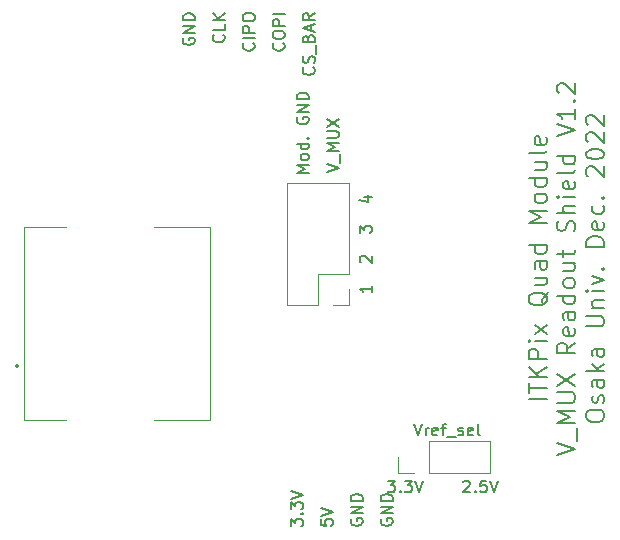
<source format=gbr>
%TF.GenerationSoftware,KiCad,Pcbnew,(5.1.6-0-10_14)*%
%TF.CreationDate,2022-12-23T17:52:02+09:00*%
%TF.ProjectId,MuxReadoutBoard,4d757852-6561-4646-9f75-74426f617264,rev?*%
%TF.SameCoordinates,Original*%
%TF.FileFunction,Legend,Top*%
%TF.FilePolarity,Positive*%
%FSLAX46Y46*%
G04 Gerber Fmt 4.6, Leading zero omitted, Abs format (unit mm)*
G04 Created by KiCad (PCBNEW (5.1.6-0-10_14)) date 2022-12-23 17:52:02*
%MOMM*%
%LPD*%
G01*
G04 APERTURE LIST*
%ADD10C,0.150000*%
%ADD11C,0.100000*%
%ADD12C,0.200000*%
%ADD13C,0.120000*%
G04 APERTURE END LIST*
D10*
X147026666Y-138644380D02*
X147360000Y-139644380D01*
X147693333Y-138644380D01*
X148026666Y-139644380D02*
X148026666Y-138977714D01*
X148026666Y-139168190D02*
X148074285Y-139072952D01*
X148121904Y-139025333D01*
X148217142Y-138977714D01*
X148312380Y-138977714D01*
X149026666Y-139596761D02*
X148931428Y-139644380D01*
X148740952Y-139644380D01*
X148645714Y-139596761D01*
X148598095Y-139501523D01*
X148598095Y-139120571D01*
X148645714Y-139025333D01*
X148740952Y-138977714D01*
X148931428Y-138977714D01*
X149026666Y-139025333D01*
X149074285Y-139120571D01*
X149074285Y-139215809D01*
X148598095Y-139311047D01*
X149360000Y-138977714D02*
X149740952Y-138977714D01*
X149502857Y-139644380D02*
X149502857Y-138787238D01*
X149550476Y-138692000D01*
X149645714Y-138644380D01*
X149740952Y-138644380D01*
X149836190Y-139739619D02*
X150598095Y-139739619D01*
X150788571Y-139596761D02*
X150883809Y-139644380D01*
X151074285Y-139644380D01*
X151169523Y-139596761D01*
X151217142Y-139501523D01*
X151217142Y-139453904D01*
X151169523Y-139358666D01*
X151074285Y-139311047D01*
X150931428Y-139311047D01*
X150836190Y-139263428D01*
X150788571Y-139168190D01*
X150788571Y-139120571D01*
X150836190Y-139025333D01*
X150931428Y-138977714D01*
X151074285Y-138977714D01*
X151169523Y-139025333D01*
X152026666Y-139596761D02*
X151931428Y-139644380D01*
X151740952Y-139644380D01*
X151645714Y-139596761D01*
X151598095Y-139501523D01*
X151598095Y-139120571D01*
X151645714Y-139025333D01*
X151740952Y-138977714D01*
X151931428Y-138977714D01*
X152026666Y-139025333D01*
X152074285Y-139120571D01*
X152074285Y-139215809D01*
X151598095Y-139311047D01*
X152645714Y-139644380D02*
X152550476Y-139596761D01*
X152502857Y-139501523D01*
X152502857Y-138644380D01*
X151225428Y-143565619D02*
X151273047Y-143518000D01*
X151368285Y-143470380D01*
X151606380Y-143470380D01*
X151701619Y-143518000D01*
X151749238Y-143565619D01*
X151796857Y-143660857D01*
X151796857Y-143756095D01*
X151749238Y-143898952D01*
X151177809Y-144470380D01*
X151796857Y-144470380D01*
X152225428Y-144375142D02*
X152273047Y-144422761D01*
X152225428Y-144470380D01*
X152177809Y-144422761D01*
X152225428Y-144375142D01*
X152225428Y-144470380D01*
X153177809Y-143470380D02*
X152701619Y-143470380D01*
X152654000Y-143946571D01*
X152701619Y-143898952D01*
X152796857Y-143851333D01*
X153034952Y-143851333D01*
X153130190Y-143898952D01*
X153177809Y-143946571D01*
X153225428Y-144041809D01*
X153225428Y-144279904D01*
X153177809Y-144375142D01*
X153130190Y-144422761D01*
X153034952Y-144470380D01*
X152796857Y-144470380D01*
X152701619Y-144422761D01*
X152654000Y-144375142D01*
X153511142Y-143470380D02*
X153844476Y-144470380D01*
X154177809Y-143470380D01*
X144827809Y-143470380D02*
X145446857Y-143470380D01*
X145113523Y-143851333D01*
X145256380Y-143851333D01*
X145351619Y-143898952D01*
X145399238Y-143946571D01*
X145446857Y-144041809D01*
X145446857Y-144279904D01*
X145399238Y-144375142D01*
X145351619Y-144422761D01*
X145256380Y-144470380D01*
X144970666Y-144470380D01*
X144875428Y-144422761D01*
X144827809Y-144375142D01*
X145875428Y-144375142D02*
X145923047Y-144422761D01*
X145875428Y-144470380D01*
X145827809Y-144422761D01*
X145875428Y-144375142D01*
X145875428Y-144470380D01*
X146256380Y-143470380D02*
X146875428Y-143470380D01*
X146542095Y-143851333D01*
X146684952Y-143851333D01*
X146780190Y-143898952D01*
X146827809Y-143946571D01*
X146875428Y-144041809D01*
X146875428Y-144279904D01*
X146827809Y-144375142D01*
X146780190Y-144422761D01*
X146684952Y-144470380D01*
X146399238Y-144470380D01*
X146304000Y-144422761D01*
X146256380Y-144375142D01*
X147161142Y-143470380D02*
X147494476Y-144470380D01*
X147827809Y-143470380D01*
X136612380Y-147333642D02*
X136612380Y-146714595D01*
X136993333Y-147047928D01*
X136993333Y-146905071D01*
X137040952Y-146809833D01*
X137088571Y-146762214D01*
X137183809Y-146714595D01*
X137421904Y-146714595D01*
X137517142Y-146762214D01*
X137564761Y-146809833D01*
X137612380Y-146905071D01*
X137612380Y-147190785D01*
X137564761Y-147286023D01*
X137517142Y-147333642D01*
X137517142Y-146286023D02*
X137564761Y-146238404D01*
X137612380Y-146286023D01*
X137564761Y-146333642D01*
X137517142Y-146286023D01*
X137612380Y-146286023D01*
X136612380Y-145905071D02*
X136612380Y-145286023D01*
X136993333Y-145619357D01*
X136993333Y-145476500D01*
X137040952Y-145381261D01*
X137088571Y-145333642D01*
X137183809Y-145286023D01*
X137421904Y-145286023D01*
X137517142Y-145333642D01*
X137564761Y-145381261D01*
X137612380Y-145476500D01*
X137612380Y-145762214D01*
X137564761Y-145857452D01*
X137517142Y-145905071D01*
X136612380Y-145000309D02*
X137612380Y-144666976D01*
X136612380Y-144333642D01*
X139152380Y-146762214D02*
X139152380Y-147238404D01*
X139628571Y-147286023D01*
X139580952Y-147238404D01*
X139533333Y-147143166D01*
X139533333Y-146905071D01*
X139580952Y-146809833D01*
X139628571Y-146762214D01*
X139723809Y-146714595D01*
X139961904Y-146714595D01*
X140057142Y-146762214D01*
X140104761Y-146809833D01*
X140152380Y-146905071D01*
X140152380Y-147143166D01*
X140104761Y-147238404D01*
X140057142Y-147286023D01*
X139152380Y-146428880D02*
X140152380Y-146095547D01*
X139152380Y-145762214D01*
X144280000Y-146714595D02*
X144232380Y-146809833D01*
X144232380Y-146952690D01*
X144280000Y-147095547D01*
X144375238Y-147190785D01*
X144470476Y-147238404D01*
X144660952Y-147286023D01*
X144803809Y-147286023D01*
X144994285Y-147238404D01*
X145089523Y-147190785D01*
X145184761Y-147095547D01*
X145232380Y-146952690D01*
X145232380Y-146857452D01*
X145184761Y-146714595D01*
X145137142Y-146666976D01*
X144803809Y-146666976D01*
X144803809Y-146857452D01*
X145232380Y-146238404D02*
X144232380Y-146238404D01*
X145232380Y-145666976D01*
X144232380Y-145666976D01*
X145232380Y-145190785D02*
X144232380Y-145190785D01*
X144232380Y-144952690D01*
X144280000Y-144809833D01*
X144375238Y-144714595D01*
X144470476Y-144666976D01*
X144660952Y-144619357D01*
X144803809Y-144619357D01*
X144994285Y-144666976D01*
X145089523Y-144714595D01*
X145184761Y-144809833D01*
X145232380Y-144952690D01*
X145232380Y-145190785D01*
X141740000Y-146714595D02*
X141692380Y-146809833D01*
X141692380Y-146952690D01*
X141740000Y-147095547D01*
X141835238Y-147190785D01*
X141930476Y-147238404D01*
X142120952Y-147286023D01*
X142263809Y-147286023D01*
X142454285Y-147238404D01*
X142549523Y-147190785D01*
X142644761Y-147095547D01*
X142692380Y-146952690D01*
X142692380Y-146857452D01*
X142644761Y-146714595D01*
X142597142Y-146666976D01*
X142263809Y-146666976D01*
X142263809Y-146857452D01*
X142692380Y-146238404D02*
X141692380Y-146238404D01*
X142692380Y-145666976D01*
X141692380Y-145666976D01*
X142692380Y-145190785D02*
X141692380Y-145190785D01*
X141692380Y-144952690D01*
X141740000Y-144809833D01*
X141835238Y-144714595D01*
X141930476Y-144666976D01*
X142120952Y-144619357D01*
X142263809Y-144619357D01*
X142454285Y-144666976D01*
X142549523Y-144714595D01*
X142644761Y-144809833D01*
X142692380Y-144952690D01*
X142692380Y-145190785D01*
X127516000Y-106015214D02*
X127468380Y-106110452D01*
X127468380Y-106253309D01*
X127516000Y-106396166D01*
X127611238Y-106491404D01*
X127706476Y-106539023D01*
X127896952Y-106586642D01*
X128039809Y-106586642D01*
X128230285Y-106539023D01*
X128325523Y-106491404D01*
X128420761Y-106396166D01*
X128468380Y-106253309D01*
X128468380Y-106158071D01*
X128420761Y-106015214D01*
X128373142Y-105967595D01*
X128039809Y-105967595D01*
X128039809Y-106158071D01*
X128468380Y-105539023D02*
X127468380Y-105539023D01*
X128468380Y-104967595D01*
X127468380Y-104967595D01*
X128468380Y-104491404D02*
X127468380Y-104491404D01*
X127468380Y-104253309D01*
X127516000Y-104110452D01*
X127611238Y-104015214D01*
X127706476Y-103967595D01*
X127896952Y-103919976D01*
X128039809Y-103919976D01*
X128230285Y-103967595D01*
X128325523Y-104015214D01*
X128420761Y-104110452D01*
X128468380Y-104253309D01*
X128468380Y-104491404D01*
X130913142Y-105729500D02*
X130960761Y-105777119D01*
X131008380Y-105919976D01*
X131008380Y-106015214D01*
X130960761Y-106158071D01*
X130865523Y-106253309D01*
X130770285Y-106300928D01*
X130579809Y-106348547D01*
X130436952Y-106348547D01*
X130246476Y-106300928D01*
X130151238Y-106253309D01*
X130056000Y-106158071D01*
X130008380Y-106015214D01*
X130008380Y-105919976D01*
X130056000Y-105777119D01*
X130103619Y-105729500D01*
X131008380Y-104824738D02*
X131008380Y-105300928D01*
X130008380Y-105300928D01*
X131008380Y-104491404D02*
X130008380Y-104491404D01*
X131008380Y-103919976D02*
X130436952Y-104348547D01*
X130008380Y-103919976D02*
X130579809Y-104491404D01*
X133453142Y-106443785D02*
X133500761Y-106491404D01*
X133548380Y-106634261D01*
X133548380Y-106729500D01*
X133500761Y-106872357D01*
X133405523Y-106967595D01*
X133310285Y-107015214D01*
X133119809Y-107062833D01*
X132976952Y-107062833D01*
X132786476Y-107015214D01*
X132691238Y-106967595D01*
X132596000Y-106872357D01*
X132548380Y-106729500D01*
X132548380Y-106634261D01*
X132596000Y-106491404D01*
X132643619Y-106443785D01*
X133548380Y-106015214D02*
X132548380Y-106015214D01*
X133548380Y-105539023D02*
X132548380Y-105539023D01*
X132548380Y-105158071D01*
X132596000Y-105062833D01*
X132643619Y-105015214D01*
X132738857Y-104967595D01*
X132881714Y-104967595D01*
X132976952Y-105015214D01*
X133024571Y-105062833D01*
X133072190Y-105158071D01*
X133072190Y-105539023D01*
X132548380Y-104348547D02*
X132548380Y-104158071D01*
X132596000Y-104062833D01*
X132691238Y-103967595D01*
X132881714Y-103919976D01*
X133215047Y-103919976D01*
X133405523Y-103967595D01*
X133500761Y-104062833D01*
X133548380Y-104158071D01*
X133548380Y-104348547D01*
X133500761Y-104443785D01*
X133405523Y-104539023D01*
X133215047Y-104586642D01*
X132881714Y-104586642D01*
X132691238Y-104539023D01*
X132596000Y-104443785D01*
X132548380Y-104348547D01*
X135993142Y-106443785D02*
X136040761Y-106491404D01*
X136088380Y-106634261D01*
X136088380Y-106729500D01*
X136040761Y-106872357D01*
X135945523Y-106967595D01*
X135850285Y-107015214D01*
X135659809Y-107062833D01*
X135516952Y-107062833D01*
X135326476Y-107015214D01*
X135231238Y-106967595D01*
X135136000Y-106872357D01*
X135088380Y-106729500D01*
X135088380Y-106634261D01*
X135136000Y-106491404D01*
X135183619Y-106443785D01*
X135088380Y-105824738D02*
X135088380Y-105634261D01*
X135136000Y-105539023D01*
X135231238Y-105443785D01*
X135421714Y-105396166D01*
X135755047Y-105396166D01*
X135945523Y-105443785D01*
X136040761Y-105539023D01*
X136088380Y-105634261D01*
X136088380Y-105824738D01*
X136040761Y-105919976D01*
X135945523Y-106015214D01*
X135755047Y-106062833D01*
X135421714Y-106062833D01*
X135231238Y-106015214D01*
X135136000Y-105919976D01*
X135088380Y-105824738D01*
X136088380Y-104967595D02*
X135088380Y-104967595D01*
X135088380Y-104586642D01*
X135136000Y-104491404D01*
X135183619Y-104443785D01*
X135278857Y-104396166D01*
X135421714Y-104396166D01*
X135516952Y-104443785D01*
X135564571Y-104491404D01*
X135612190Y-104586642D01*
X135612190Y-104967595D01*
X136088380Y-103967595D02*
X135088380Y-103967595D01*
X138533142Y-108491404D02*
X138580761Y-108539023D01*
X138628380Y-108681880D01*
X138628380Y-108777119D01*
X138580761Y-108919976D01*
X138485523Y-109015214D01*
X138390285Y-109062833D01*
X138199809Y-109110452D01*
X138056952Y-109110452D01*
X137866476Y-109062833D01*
X137771238Y-109015214D01*
X137676000Y-108919976D01*
X137628380Y-108777119D01*
X137628380Y-108681880D01*
X137676000Y-108539023D01*
X137723619Y-108491404D01*
X138580761Y-108110452D02*
X138628380Y-107967595D01*
X138628380Y-107729500D01*
X138580761Y-107634261D01*
X138533142Y-107586642D01*
X138437904Y-107539023D01*
X138342666Y-107539023D01*
X138247428Y-107586642D01*
X138199809Y-107634261D01*
X138152190Y-107729500D01*
X138104571Y-107919976D01*
X138056952Y-108015214D01*
X138009333Y-108062833D01*
X137914095Y-108110452D01*
X137818857Y-108110452D01*
X137723619Y-108062833D01*
X137676000Y-108015214D01*
X137628380Y-107919976D01*
X137628380Y-107681880D01*
X137676000Y-107539023D01*
X138723619Y-107348547D02*
X138723619Y-106586642D01*
X138104571Y-106015214D02*
X138152190Y-105872357D01*
X138199809Y-105824738D01*
X138295047Y-105777119D01*
X138437904Y-105777119D01*
X138533142Y-105824738D01*
X138580761Y-105872357D01*
X138628380Y-105967595D01*
X138628380Y-106348547D01*
X137628380Y-106348547D01*
X137628380Y-106015214D01*
X137676000Y-105919976D01*
X137723619Y-105872357D01*
X137818857Y-105824738D01*
X137914095Y-105824738D01*
X138009333Y-105872357D01*
X138056952Y-105919976D01*
X138104571Y-106015214D01*
X138104571Y-106348547D01*
X138342666Y-105396166D02*
X138342666Y-104919976D01*
X138628380Y-105491404D02*
X137628380Y-105158071D01*
X138628380Y-104824738D01*
X138628380Y-103919976D02*
X138152190Y-104253309D01*
X138628380Y-104491404D02*
X137628380Y-104491404D01*
X137628380Y-104110452D01*
X137676000Y-104015214D01*
X137723619Y-103967595D01*
X137818857Y-103919976D01*
X137961714Y-103919976D01*
X138056952Y-103967595D01*
X138104571Y-104015214D01*
X138152190Y-104110452D01*
X138152190Y-104491404D01*
X158273428Y-136579428D02*
X156749428Y-136579428D01*
X156749428Y-136071428D02*
X156749428Y-135200571D01*
X158273428Y-135636000D02*
X156749428Y-135636000D01*
X158273428Y-134692571D02*
X156749428Y-134692571D01*
X158273428Y-133821714D02*
X157402571Y-134474857D01*
X156749428Y-133821714D02*
X157620285Y-134692571D01*
X158273428Y-133168571D02*
X156749428Y-133168571D01*
X156749428Y-132588000D01*
X156822000Y-132442857D01*
X156894571Y-132370285D01*
X157039714Y-132297714D01*
X157257428Y-132297714D01*
X157402571Y-132370285D01*
X157475142Y-132442857D01*
X157547714Y-132588000D01*
X157547714Y-133168571D01*
X158273428Y-131644571D02*
X157257428Y-131644571D01*
X156749428Y-131644571D02*
X156822000Y-131717142D01*
X156894571Y-131644571D01*
X156822000Y-131572000D01*
X156749428Y-131644571D01*
X156894571Y-131644571D01*
X158273428Y-131064000D02*
X157257428Y-130265714D01*
X157257428Y-131064000D02*
X158273428Y-130265714D01*
X158418571Y-127508000D02*
X158346000Y-127653142D01*
X158200857Y-127798285D01*
X157983142Y-128016000D01*
X157910571Y-128161142D01*
X157910571Y-128306285D01*
X158273428Y-128233714D02*
X158200857Y-128378857D01*
X158055714Y-128524000D01*
X157765428Y-128596571D01*
X157257428Y-128596571D01*
X156967142Y-128524000D01*
X156822000Y-128378857D01*
X156749428Y-128233714D01*
X156749428Y-127943428D01*
X156822000Y-127798285D01*
X156967142Y-127653142D01*
X157257428Y-127580571D01*
X157765428Y-127580571D01*
X158055714Y-127653142D01*
X158200857Y-127798285D01*
X158273428Y-127943428D01*
X158273428Y-128233714D01*
X157257428Y-126274285D02*
X158273428Y-126274285D01*
X157257428Y-126927428D02*
X158055714Y-126927428D01*
X158200857Y-126854857D01*
X158273428Y-126709714D01*
X158273428Y-126492000D01*
X158200857Y-126346857D01*
X158128285Y-126274285D01*
X158273428Y-124895428D02*
X157475142Y-124895428D01*
X157330000Y-124968000D01*
X157257428Y-125113142D01*
X157257428Y-125403428D01*
X157330000Y-125548571D01*
X158200857Y-124895428D02*
X158273428Y-125040571D01*
X158273428Y-125403428D01*
X158200857Y-125548571D01*
X158055714Y-125621142D01*
X157910571Y-125621142D01*
X157765428Y-125548571D01*
X157692857Y-125403428D01*
X157692857Y-125040571D01*
X157620285Y-124895428D01*
X158273428Y-123516571D02*
X156749428Y-123516571D01*
X158200857Y-123516571D02*
X158273428Y-123661714D01*
X158273428Y-123952000D01*
X158200857Y-124097142D01*
X158128285Y-124169714D01*
X157983142Y-124242285D01*
X157547714Y-124242285D01*
X157402571Y-124169714D01*
X157330000Y-124097142D01*
X157257428Y-123952000D01*
X157257428Y-123661714D01*
X157330000Y-123516571D01*
X158273428Y-121629714D02*
X156749428Y-121629714D01*
X157838000Y-121121714D01*
X156749428Y-120613714D01*
X158273428Y-120613714D01*
X158273428Y-119670285D02*
X158200857Y-119815428D01*
X158128285Y-119888000D01*
X157983142Y-119960571D01*
X157547714Y-119960571D01*
X157402571Y-119888000D01*
X157330000Y-119815428D01*
X157257428Y-119670285D01*
X157257428Y-119452571D01*
X157330000Y-119307428D01*
X157402571Y-119234857D01*
X157547714Y-119162285D01*
X157983142Y-119162285D01*
X158128285Y-119234857D01*
X158200857Y-119307428D01*
X158273428Y-119452571D01*
X158273428Y-119670285D01*
X158273428Y-117856000D02*
X156749428Y-117856000D01*
X158200857Y-117856000D02*
X158273428Y-118001142D01*
X158273428Y-118291428D01*
X158200857Y-118436571D01*
X158128285Y-118509142D01*
X157983142Y-118581714D01*
X157547714Y-118581714D01*
X157402571Y-118509142D01*
X157330000Y-118436571D01*
X157257428Y-118291428D01*
X157257428Y-118001142D01*
X157330000Y-117856000D01*
X157257428Y-116477142D02*
X158273428Y-116477142D01*
X157257428Y-117130285D02*
X158055714Y-117130285D01*
X158200857Y-117057714D01*
X158273428Y-116912571D01*
X158273428Y-116694857D01*
X158200857Y-116549714D01*
X158128285Y-116477142D01*
X158273428Y-115533714D02*
X158200857Y-115678857D01*
X158055714Y-115751428D01*
X156749428Y-115751428D01*
X158200857Y-114372571D02*
X158273428Y-114517714D01*
X158273428Y-114808000D01*
X158200857Y-114953142D01*
X158055714Y-115025714D01*
X157475142Y-115025714D01*
X157330000Y-114953142D01*
X157257428Y-114808000D01*
X157257428Y-114517714D01*
X157330000Y-114372571D01*
X157475142Y-114300000D01*
X157620285Y-114300000D01*
X157765428Y-115025714D01*
X159185428Y-141296571D02*
X160709428Y-140788571D01*
X159185428Y-140280571D01*
X160854571Y-140135428D02*
X160854571Y-138974285D01*
X160709428Y-138611428D02*
X159185428Y-138611428D01*
X160274000Y-138103428D01*
X159185428Y-137595428D01*
X160709428Y-137595428D01*
X159185428Y-136869714D02*
X160419142Y-136869714D01*
X160564285Y-136797142D01*
X160636857Y-136724571D01*
X160709428Y-136579428D01*
X160709428Y-136289142D01*
X160636857Y-136144000D01*
X160564285Y-136071428D01*
X160419142Y-135998857D01*
X159185428Y-135998857D01*
X159185428Y-135418285D02*
X160709428Y-134402285D01*
X159185428Y-134402285D02*
X160709428Y-135418285D01*
X160709428Y-131789714D02*
X159983714Y-132297714D01*
X160709428Y-132660571D02*
X159185428Y-132660571D01*
X159185428Y-132080000D01*
X159258000Y-131934857D01*
X159330571Y-131862285D01*
X159475714Y-131789714D01*
X159693428Y-131789714D01*
X159838571Y-131862285D01*
X159911142Y-131934857D01*
X159983714Y-132080000D01*
X159983714Y-132660571D01*
X160636857Y-130556000D02*
X160709428Y-130701142D01*
X160709428Y-130991428D01*
X160636857Y-131136571D01*
X160491714Y-131209142D01*
X159911142Y-131209142D01*
X159766000Y-131136571D01*
X159693428Y-130991428D01*
X159693428Y-130701142D01*
X159766000Y-130556000D01*
X159911142Y-130483428D01*
X160056285Y-130483428D01*
X160201428Y-131209142D01*
X160709428Y-129177142D02*
X159911142Y-129177142D01*
X159766000Y-129249714D01*
X159693428Y-129394857D01*
X159693428Y-129685142D01*
X159766000Y-129830285D01*
X160636857Y-129177142D02*
X160709428Y-129322285D01*
X160709428Y-129685142D01*
X160636857Y-129830285D01*
X160491714Y-129902857D01*
X160346571Y-129902857D01*
X160201428Y-129830285D01*
X160128857Y-129685142D01*
X160128857Y-129322285D01*
X160056285Y-129177142D01*
X160709428Y-127798285D02*
X159185428Y-127798285D01*
X160636857Y-127798285D02*
X160709428Y-127943428D01*
X160709428Y-128233714D01*
X160636857Y-128378857D01*
X160564285Y-128451428D01*
X160419142Y-128524000D01*
X159983714Y-128524000D01*
X159838571Y-128451428D01*
X159766000Y-128378857D01*
X159693428Y-128233714D01*
X159693428Y-127943428D01*
X159766000Y-127798285D01*
X160709428Y-126854857D02*
X160636857Y-127000000D01*
X160564285Y-127072571D01*
X160419142Y-127145142D01*
X159983714Y-127145142D01*
X159838571Y-127072571D01*
X159766000Y-127000000D01*
X159693428Y-126854857D01*
X159693428Y-126637142D01*
X159766000Y-126492000D01*
X159838571Y-126419428D01*
X159983714Y-126346857D01*
X160419142Y-126346857D01*
X160564285Y-126419428D01*
X160636857Y-126492000D01*
X160709428Y-126637142D01*
X160709428Y-126854857D01*
X159693428Y-125040571D02*
X160709428Y-125040571D01*
X159693428Y-125693714D02*
X160491714Y-125693714D01*
X160636857Y-125621142D01*
X160709428Y-125476000D01*
X160709428Y-125258285D01*
X160636857Y-125113142D01*
X160564285Y-125040571D01*
X159693428Y-124532571D02*
X159693428Y-123952000D01*
X159185428Y-124314857D02*
X160491714Y-124314857D01*
X160636857Y-124242285D01*
X160709428Y-124097142D01*
X160709428Y-123952000D01*
X160636857Y-122355428D02*
X160709428Y-122137714D01*
X160709428Y-121774857D01*
X160636857Y-121629714D01*
X160564285Y-121557142D01*
X160419142Y-121484571D01*
X160274000Y-121484571D01*
X160128857Y-121557142D01*
X160056285Y-121629714D01*
X159983714Y-121774857D01*
X159911142Y-122065142D01*
X159838571Y-122210285D01*
X159766000Y-122282857D01*
X159620857Y-122355428D01*
X159475714Y-122355428D01*
X159330571Y-122282857D01*
X159258000Y-122210285D01*
X159185428Y-122065142D01*
X159185428Y-121702285D01*
X159258000Y-121484571D01*
X160709428Y-120831428D02*
X159185428Y-120831428D01*
X160709428Y-120178285D02*
X159911142Y-120178285D01*
X159766000Y-120250857D01*
X159693428Y-120396000D01*
X159693428Y-120613714D01*
X159766000Y-120758857D01*
X159838571Y-120831428D01*
X160709428Y-119452571D02*
X159693428Y-119452571D01*
X159185428Y-119452571D02*
X159258000Y-119525142D01*
X159330571Y-119452571D01*
X159258000Y-119380000D01*
X159185428Y-119452571D01*
X159330571Y-119452571D01*
X160636857Y-118146285D02*
X160709428Y-118291428D01*
X160709428Y-118581714D01*
X160636857Y-118726857D01*
X160491714Y-118799428D01*
X159911142Y-118799428D01*
X159766000Y-118726857D01*
X159693428Y-118581714D01*
X159693428Y-118291428D01*
X159766000Y-118146285D01*
X159911142Y-118073714D01*
X160056285Y-118073714D01*
X160201428Y-118799428D01*
X160709428Y-117202857D02*
X160636857Y-117348000D01*
X160491714Y-117420571D01*
X159185428Y-117420571D01*
X160709428Y-115969142D02*
X159185428Y-115969142D01*
X160636857Y-115969142D02*
X160709428Y-116114285D01*
X160709428Y-116404571D01*
X160636857Y-116549714D01*
X160564285Y-116622285D01*
X160419142Y-116694857D01*
X159983714Y-116694857D01*
X159838571Y-116622285D01*
X159766000Y-116549714D01*
X159693428Y-116404571D01*
X159693428Y-116114285D01*
X159766000Y-115969142D01*
X159185428Y-114300000D02*
X160709428Y-113792000D01*
X159185428Y-113284000D01*
X160709428Y-111977714D02*
X160709428Y-112848571D01*
X160709428Y-112413142D02*
X159185428Y-112413142D01*
X159403142Y-112558285D01*
X159548285Y-112703428D01*
X159620857Y-112848571D01*
X160564285Y-111324571D02*
X160636857Y-111252000D01*
X160709428Y-111324571D01*
X160636857Y-111397142D01*
X160564285Y-111324571D01*
X160709428Y-111324571D01*
X159330571Y-110671428D02*
X159258000Y-110598857D01*
X159185428Y-110453714D01*
X159185428Y-110090857D01*
X159258000Y-109945714D01*
X159330571Y-109873142D01*
X159475714Y-109800571D01*
X159620857Y-109800571D01*
X159838571Y-109873142D01*
X160709428Y-110744000D01*
X160709428Y-109800571D01*
X161621428Y-138103428D02*
X161621428Y-137813142D01*
X161694000Y-137668000D01*
X161839142Y-137522857D01*
X162129428Y-137450285D01*
X162637428Y-137450285D01*
X162927714Y-137522857D01*
X163072857Y-137668000D01*
X163145428Y-137813142D01*
X163145428Y-138103428D01*
X163072857Y-138248571D01*
X162927714Y-138393714D01*
X162637428Y-138466285D01*
X162129428Y-138466285D01*
X161839142Y-138393714D01*
X161694000Y-138248571D01*
X161621428Y-138103428D01*
X163072857Y-136869714D02*
X163145428Y-136724571D01*
X163145428Y-136434285D01*
X163072857Y-136289142D01*
X162927714Y-136216571D01*
X162855142Y-136216571D01*
X162710000Y-136289142D01*
X162637428Y-136434285D01*
X162637428Y-136652000D01*
X162564857Y-136797142D01*
X162419714Y-136869714D01*
X162347142Y-136869714D01*
X162202000Y-136797142D01*
X162129428Y-136652000D01*
X162129428Y-136434285D01*
X162202000Y-136289142D01*
X163145428Y-134910285D02*
X162347142Y-134910285D01*
X162202000Y-134982857D01*
X162129428Y-135128000D01*
X162129428Y-135418285D01*
X162202000Y-135563428D01*
X163072857Y-134910285D02*
X163145428Y-135055428D01*
X163145428Y-135418285D01*
X163072857Y-135563428D01*
X162927714Y-135636000D01*
X162782571Y-135636000D01*
X162637428Y-135563428D01*
X162564857Y-135418285D01*
X162564857Y-135055428D01*
X162492285Y-134910285D01*
X163145428Y-134184571D02*
X161621428Y-134184571D01*
X162564857Y-134039428D02*
X163145428Y-133604000D01*
X162129428Y-133604000D02*
X162710000Y-134184571D01*
X163145428Y-132297714D02*
X162347142Y-132297714D01*
X162202000Y-132370285D01*
X162129428Y-132515428D01*
X162129428Y-132805714D01*
X162202000Y-132950857D01*
X163072857Y-132297714D02*
X163145428Y-132442857D01*
X163145428Y-132805714D01*
X163072857Y-132950857D01*
X162927714Y-133023428D01*
X162782571Y-133023428D01*
X162637428Y-132950857D01*
X162564857Y-132805714D01*
X162564857Y-132442857D01*
X162492285Y-132297714D01*
X161621428Y-130410857D02*
X162855142Y-130410857D01*
X163000285Y-130338285D01*
X163072857Y-130265714D01*
X163145428Y-130120571D01*
X163145428Y-129830285D01*
X163072857Y-129685142D01*
X163000285Y-129612571D01*
X162855142Y-129540000D01*
X161621428Y-129540000D01*
X162129428Y-128814285D02*
X163145428Y-128814285D01*
X162274571Y-128814285D02*
X162202000Y-128741714D01*
X162129428Y-128596571D01*
X162129428Y-128378857D01*
X162202000Y-128233714D01*
X162347142Y-128161142D01*
X163145428Y-128161142D01*
X163145428Y-127435428D02*
X162129428Y-127435428D01*
X161621428Y-127435428D02*
X161694000Y-127508000D01*
X161766571Y-127435428D01*
X161694000Y-127362857D01*
X161621428Y-127435428D01*
X161766571Y-127435428D01*
X162129428Y-126854857D02*
X163145428Y-126492000D01*
X162129428Y-126129142D01*
X163000285Y-125548571D02*
X163072857Y-125476000D01*
X163145428Y-125548571D01*
X163072857Y-125621142D01*
X163000285Y-125548571D01*
X163145428Y-125548571D01*
X163145428Y-123661714D02*
X161621428Y-123661714D01*
X161621428Y-123298857D01*
X161694000Y-123081142D01*
X161839142Y-122936000D01*
X161984285Y-122863428D01*
X162274571Y-122790857D01*
X162492285Y-122790857D01*
X162782571Y-122863428D01*
X162927714Y-122936000D01*
X163072857Y-123081142D01*
X163145428Y-123298857D01*
X163145428Y-123661714D01*
X163072857Y-121557142D02*
X163145428Y-121702285D01*
X163145428Y-121992571D01*
X163072857Y-122137714D01*
X162927714Y-122210285D01*
X162347142Y-122210285D01*
X162202000Y-122137714D01*
X162129428Y-121992571D01*
X162129428Y-121702285D01*
X162202000Y-121557142D01*
X162347142Y-121484571D01*
X162492285Y-121484571D01*
X162637428Y-122210285D01*
X163072857Y-120178285D02*
X163145428Y-120323428D01*
X163145428Y-120613714D01*
X163072857Y-120758857D01*
X163000285Y-120831428D01*
X162855142Y-120904000D01*
X162419714Y-120904000D01*
X162274571Y-120831428D01*
X162202000Y-120758857D01*
X162129428Y-120613714D01*
X162129428Y-120323428D01*
X162202000Y-120178285D01*
X163000285Y-119525142D02*
X163072857Y-119452571D01*
X163145428Y-119525142D01*
X163072857Y-119597714D01*
X163000285Y-119525142D01*
X163145428Y-119525142D01*
X161766571Y-117710857D02*
X161694000Y-117638285D01*
X161621428Y-117493142D01*
X161621428Y-117130285D01*
X161694000Y-116985142D01*
X161766571Y-116912571D01*
X161911714Y-116840000D01*
X162056857Y-116840000D01*
X162274571Y-116912571D01*
X163145428Y-117783428D01*
X163145428Y-116840000D01*
X161621428Y-115896571D02*
X161621428Y-115751428D01*
X161694000Y-115606285D01*
X161766571Y-115533714D01*
X161911714Y-115461142D01*
X162202000Y-115388571D01*
X162564857Y-115388571D01*
X162855142Y-115461142D01*
X163000285Y-115533714D01*
X163072857Y-115606285D01*
X163145428Y-115751428D01*
X163145428Y-115896571D01*
X163072857Y-116041714D01*
X163000285Y-116114285D01*
X162855142Y-116186857D01*
X162564857Y-116259428D01*
X162202000Y-116259428D01*
X161911714Y-116186857D01*
X161766571Y-116114285D01*
X161694000Y-116041714D01*
X161621428Y-115896571D01*
X161766571Y-114808000D02*
X161694000Y-114735428D01*
X161621428Y-114590285D01*
X161621428Y-114227428D01*
X161694000Y-114082285D01*
X161766571Y-114009714D01*
X161911714Y-113937142D01*
X162056857Y-113937142D01*
X162274571Y-114009714D01*
X163145428Y-114880571D01*
X163145428Y-113937142D01*
X161766571Y-113356571D02*
X161694000Y-113284000D01*
X161621428Y-113138857D01*
X161621428Y-112776000D01*
X161694000Y-112630857D01*
X161766571Y-112558285D01*
X161911714Y-112485714D01*
X162056857Y-112485714D01*
X162274571Y-112558285D01*
X163145428Y-113429142D01*
X163145428Y-112485714D01*
X142787714Y-119443523D02*
X143454380Y-119443523D01*
X142406761Y-119681619D02*
X143121047Y-119919714D01*
X143121047Y-119300666D01*
X138120380Y-117426952D02*
X137120380Y-117426952D01*
X137834666Y-117093619D01*
X137120380Y-116760285D01*
X138120380Y-116760285D01*
X138120380Y-116141238D02*
X138072761Y-116236476D01*
X138025142Y-116284095D01*
X137929904Y-116331714D01*
X137644190Y-116331714D01*
X137548952Y-116284095D01*
X137501333Y-116236476D01*
X137453714Y-116141238D01*
X137453714Y-115998380D01*
X137501333Y-115903142D01*
X137548952Y-115855523D01*
X137644190Y-115807904D01*
X137929904Y-115807904D01*
X138025142Y-115855523D01*
X138072761Y-115903142D01*
X138120380Y-115998380D01*
X138120380Y-116141238D01*
X138120380Y-114950761D02*
X137120380Y-114950761D01*
X138072761Y-114950761D02*
X138120380Y-115046000D01*
X138120380Y-115236476D01*
X138072761Y-115331714D01*
X138025142Y-115379333D01*
X137929904Y-115426952D01*
X137644190Y-115426952D01*
X137548952Y-115379333D01*
X137501333Y-115331714D01*
X137453714Y-115236476D01*
X137453714Y-115046000D01*
X137501333Y-114950761D01*
X138025142Y-114474571D02*
X138072761Y-114426952D01*
X138120380Y-114474571D01*
X138072761Y-114522190D01*
X138025142Y-114474571D01*
X138120380Y-114474571D01*
X137168000Y-112712666D02*
X137120380Y-112807904D01*
X137120380Y-112950761D01*
X137168000Y-113093619D01*
X137263238Y-113188857D01*
X137358476Y-113236476D01*
X137548952Y-113284095D01*
X137691809Y-113284095D01*
X137882285Y-113236476D01*
X137977523Y-113188857D01*
X138072761Y-113093619D01*
X138120380Y-112950761D01*
X138120380Y-112855523D01*
X138072761Y-112712666D01*
X138025142Y-112665047D01*
X137691809Y-112665047D01*
X137691809Y-112855523D01*
X138120380Y-112236476D02*
X137120380Y-112236476D01*
X138120380Y-111665047D01*
X137120380Y-111665047D01*
X138120380Y-111188857D02*
X137120380Y-111188857D01*
X137120380Y-110950761D01*
X137168000Y-110807904D01*
X137263238Y-110712666D01*
X137358476Y-110665047D01*
X137548952Y-110617428D01*
X137691809Y-110617428D01*
X137882285Y-110665047D01*
X137977523Y-110712666D01*
X138072761Y-110807904D01*
X138120380Y-110950761D01*
X138120380Y-111188857D01*
X139660380Y-117347714D02*
X140660380Y-117014380D01*
X139660380Y-116681047D01*
X140755619Y-116585809D02*
X140755619Y-115823904D01*
X140660380Y-115585809D02*
X139660380Y-115585809D01*
X140374666Y-115252476D01*
X139660380Y-114919142D01*
X140660380Y-114919142D01*
X139660380Y-114442952D02*
X140469904Y-114442952D01*
X140565142Y-114395333D01*
X140612761Y-114347714D01*
X140660380Y-114252476D01*
X140660380Y-114062000D01*
X140612761Y-113966761D01*
X140565142Y-113919142D01*
X140469904Y-113871523D01*
X139660380Y-113871523D01*
X139660380Y-113490571D02*
X140660380Y-112823904D01*
X139660380Y-112823904D02*
X140660380Y-113490571D01*
X142454380Y-122507333D02*
X142454380Y-121888285D01*
X142835333Y-122221619D01*
X142835333Y-122078761D01*
X142882952Y-121983523D01*
X142930571Y-121935904D01*
X143025809Y-121888285D01*
X143263904Y-121888285D01*
X143359142Y-121935904D01*
X143406761Y-121983523D01*
X143454380Y-122078761D01*
X143454380Y-122364476D01*
X143406761Y-122459714D01*
X143359142Y-122507333D01*
X142549619Y-124999714D02*
X142502000Y-124952095D01*
X142454380Y-124856857D01*
X142454380Y-124618761D01*
X142502000Y-124523523D01*
X142549619Y-124475904D01*
X142644857Y-124428285D01*
X142740095Y-124428285D01*
X142882952Y-124475904D01*
X143454380Y-125047333D01*
X143454380Y-124428285D01*
X143454380Y-126968285D02*
X143454380Y-127539714D01*
X143454380Y-127254000D02*
X142454380Y-127254000D01*
X142597238Y-127349238D01*
X142692476Y-127444476D01*
X142740095Y-127539714D01*
D11*
%TO.C,J1*%
X125050000Y-121981000D02*
X129800000Y-121981000D01*
X129800000Y-121981000D02*
X129800000Y-138361000D01*
X129800000Y-138361000D02*
X125050000Y-138361000D01*
X117550000Y-121981000D02*
X114050000Y-121981000D01*
X114050000Y-121981000D02*
X114050000Y-138361000D01*
X114050000Y-138361000D02*
X117550000Y-138361000D01*
D12*
X113450000Y-133671000D02*
X113450000Y-133671000D01*
X113450000Y-133871000D02*
X113450000Y-133871000D01*
X113450000Y-133671000D02*
G75*
G03*
X113450000Y-133871000I0J-100000D01*
G01*
X113450000Y-133871000D02*
G75*
G03*
X113450000Y-133671000I0J100000D01*
G01*
D13*
%TO.C,J2*%
X141538000Y-128584000D02*
X140208000Y-128584000D01*
X141538000Y-127254000D02*
X141538000Y-128584000D01*
X138938000Y-128584000D02*
X136338000Y-128584000D01*
X138938000Y-125984000D02*
X138938000Y-128584000D01*
X141538000Y-125984000D02*
X138938000Y-125984000D01*
X136338000Y-128584000D02*
X136338000Y-118304000D01*
X141538000Y-125984000D02*
X141538000Y-118304000D01*
X141538000Y-118304000D02*
X136338000Y-118304000D01*
%TO.C,J7*%
X145736000Y-142808000D02*
X145736000Y-141478000D01*
X147066000Y-142808000D02*
X145736000Y-142808000D01*
X148336000Y-142808000D02*
X148336000Y-140148000D01*
X148336000Y-140148000D02*
X153476000Y-140148000D01*
X148336000Y-142808000D02*
X153476000Y-142808000D01*
X153476000Y-142808000D02*
X153476000Y-140148000D01*
%TD*%
M02*

</source>
